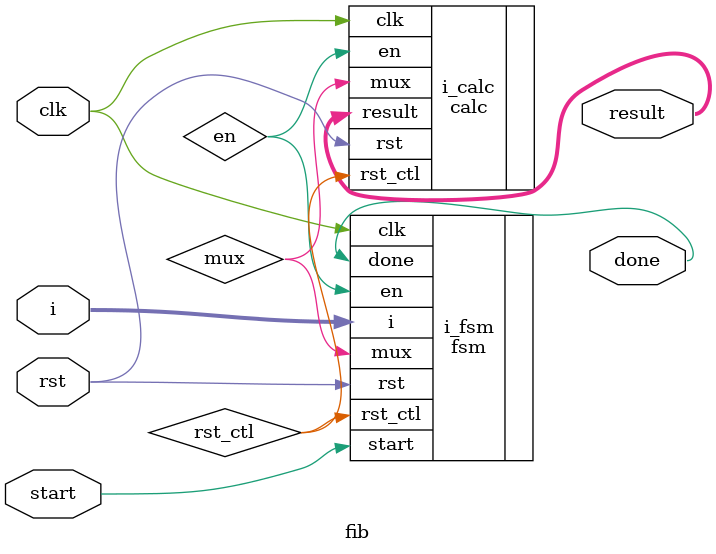
<source format=sv>


module fib (
    input logic clk, rst,
    input logic [4:0] i,
    input logic start,
    output logic done,
    output logic [19:0] result
);

    logic en, rst_ctl, mux;

    calc i_calc(
        .clk(clk), 
        .rst(rst),
        .mux(mux), 
        .en(en), 
        .rst_ctl(rst_ctl),
        .result(result)
    );

    fsm i_fsm(
        .clk(clk), 
        .rst(rst), 
        .i(i),
        .start(start),
        .done(done), 
        .mux(mux), 
        .en(en), 
        .rst_ctl(rst_ctl)
    );


endmodule
</source>
